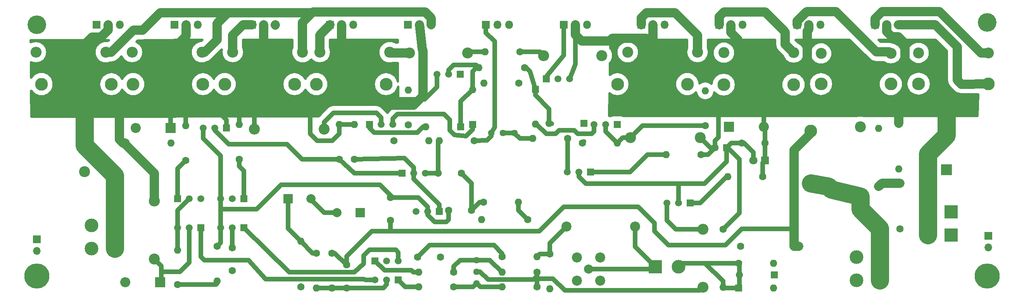
<source format=gbr>
G04 #@! TF.FileFunction,Copper,L2,Bot,Signal*
%FSLAX46Y46*%
G04 Gerber Fmt 4.6, Leading zero omitted, Abs format (unit mm)*
G04 Created by KiCad (PCBNEW 4.0.7) date 06/24/21 20:00:13*
%MOMM*%
%LPD*%
G01*
G04 APERTURE LIST*
%ADD10C,0.100000*%
%ADD11C,1.600000*%
%ADD12O,1.600000X1.600000*%
%ADD13C,2.400000*%
%ADD14O,2.400000X2.400000*%
%ADD15C,1.520000*%
%ADD16R,1.520000X1.520000*%
%ADD17R,2.200000X2.200000*%
%ADD18O,2.200000X2.200000*%
%ADD19R,2.400000X2.400000*%
%ADD20C,2.200000*%
%ADD21C,2.000000*%
%ADD22R,1.600000X1.600000*%
%ADD23R,2.000000X2.000000*%
%ADD24R,1.800000X1.800000*%
%ADD25C,1.800000*%
%ADD26C,1.440000*%
%ADD27C,5.500000*%
%ADD28C,4.064000*%
%ADD29O,1.800000X1.800000*%
%ADD30C,2.800000*%
%ADD31R,1.700000X1.700000*%
%ADD32O,1.700000X1.700000*%
%ADD33R,3.000000X3.000000*%
%ADD34C,3.000000*%
%ADD35O,2.800000X2.800000*%
%ADD36C,1.000000*%
%ADD37C,4.000000*%
%ADD38C,2.000000*%
%ADD39C,0.500000*%
G04 APERTURE END LIST*
D10*
D11*
X120142000Y-84836000D03*
X120142000Y-89836000D03*
X138430000Y-72390000D03*
D12*
X130810000Y-72390000D03*
D13*
X166350000Y-53725000D03*
D14*
X153650000Y-53725000D03*
D15*
X85598000Y-91440000D03*
X83058000Y-91440000D03*
D16*
X88138000Y-91440000D03*
D11*
X73660000Y-103886000D03*
D12*
X73660000Y-96386000D03*
D13*
X172000000Y-53000000D03*
D14*
X187240000Y-53000000D03*
D15*
X183060000Y-86000000D03*
X180520000Y-86000000D03*
D16*
X185600000Y-86000000D03*
D15*
X76200000Y-85090000D03*
X78740000Y-85090000D03*
D16*
X73660000Y-85090000D03*
D17*
X194056000Y-69342000D03*
D18*
X201676000Y-69342000D03*
D19*
X53340000Y-71628000D03*
D13*
X53340000Y-79128000D03*
D20*
X160880000Y-103070000D03*
X160880000Y-97990000D03*
X165960000Y-97990000D03*
X165960000Y-103070000D03*
D21*
X163420000Y-100530000D03*
D22*
X193548000Y-73914000D03*
D11*
X191048000Y-73914000D03*
D15*
X119340000Y-98700000D03*
X121880000Y-98700000D03*
D16*
X116800000Y-98700000D03*
D11*
X162052000Y-72898000D03*
D12*
X169672000Y-72898000D03*
D11*
X85598000Y-100838000D03*
X85598000Y-95838000D03*
X201930000Y-72898000D03*
X196930000Y-72898000D03*
X110600000Y-104600000D03*
X110600000Y-99600000D03*
D23*
X97790000Y-85090000D03*
D21*
X102790000Y-85090000D03*
D23*
X113538000Y-88138000D03*
D21*
X108538000Y-88138000D03*
D11*
X132842000Y-87630000D03*
X137842000Y-87630000D03*
X149500000Y-56400000D03*
D12*
X139500000Y-56400000D03*
D11*
X231394000Y-91694000D03*
D12*
X231394000Y-81694000D03*
D11*
X62230000Y-72898000D03*
D12*
X72230000Y-72898000D03*
D19*
X241554000Y-78740000D03*
D13*
X241554000Y-71240000D03*
D11*
X231140000Y-68580000D03*
D12*
X231140000Y-78580000D03*
D17*
X69850000Y-103378000D03*
D18*
X62230000Y-103378000D03*
D24*
X201930000Y-76708000D03*
D25*
X199390000Y-76708000D03*
D22*
X138100000Y-68800000D03*
D12*
X138100000Y-61180000D03*
D22*
X151825000Y-61100000D03*
D12*
X151825000Y-68720000D03*
D17*
X72136000Y-69596000D03*
D18*
X64516000Y-69596000D03*
D11*
X144600000Y-97800000D03*
D12*
X152220000Y-97800000D03*
D11*
X155000000Y-97200000D03*
D12*
X155000000Y-104820000D03*
D11*
X87122000Y-76454000D03*
D12*
X87122000Y-68834000D03*
D11*
X75438000Y-76708000D03*
D12*
X75438000Y-69088000D03*
D11*
X82296000Y-95504000D03*
D12*
X82296000Y-103124000D03*
D11*
X134000000Y-101200000D03*
D12*
X126380000Y-101200000D03*
D11*
X134000000Y-104400000D03*
D12*
X126380000Y-104400000D03*
D11*
X152200000Y-101200000D03*
D12*
X144580000Y-101200000D03*
D11*
X152200000Y-104400000D03*
D12*
X144580000Y-104400000D03*
D26*
X139000000Y-103600000D03*
X139000000Y-101060000D03*
X139000000Y-98520000D03*
D13*
X188400000Y-91800000D03*
D14*
X188400000Y-104500000D03*
D11*
X201422000Y-80264000D03*
D12*
X193802000Y-80264000D03*
D13*
X68580000Y-98298000D03*
D14*
X68580000Y-85598000D03*
D11*
X107400000Y-97000000D03*
D12*
X107400000Y-104620000D03*
D11*
X104000000Y-97000000D03*
D12*
X104000000Y-104620000D03*
D11*
X192800000Y-91800000D03*
D12*
X192800000Y-104500000D03*
D11*
X112268000Y-76454000D03*
D12*
X112268000Y-68834000D03*
D26*
X147300000Y-70700000D03*
X144760000Y-70700000D03*
X142220000Y-70700000D03*
D11*
X158875000Y-71900000D03*
D12*
X151255000Y-71900000D03*
D11*
X187960000Y-75438000D03*
D12*
X180340000Y-75438000D03*
D11*
X120904000Y-72390000D03*
D12*
X128524000Y-72390000D03*
D13*
X187825000Y-71700000D03*
D14*
X172585000Y-71700000D03*
D11*
X124050000Y-68900000D03*
D12*
X124050000Y-61280000D03*
D11*
X188925000Y-69075000D03*
D12*
X188925000Y-61455000D03*
D13*
X137050000Y-53150000D03*
D14*
X124350000Y-53150000D03*
D11*
X226800000Y-82400000D03*
D12*
X226800000Y-69700000D03*
D27*
X250500000Y-102000000D03*
D28*
X250500000Y-46500000D03*
D27*
X43000000Y-102000000D03*
D28*
X43000000Y-47000000D03*
D13*
X105664000Y-69850000D03*
D14*
X90424000Y-69850000D03*
D20*
X158600000Y-91200000D03*
X173600000Y-91200000D03*
D24*
X141000000Y-47000000D03*
D29*
X143540000Y-47000000D03*
X146080000Y-47000000D03*
D24*
X124000000Y-47000000D03*
D29*
X126540000Y-47000000D03*
X129080000Y-47000000D03*
D24*
X158000000Y-47000000D03*
D29*
X160540000Y-47000000D03*
X163080000Y-47000000D03*
D30*
X211950000Y-81690000D03*
X211950000Y-70260000D03*
D13*
X222758000Y-69342000D03*
D14*
X222758000Y-84582000D03*
D15*
X119360000Y-102900000D03*
X116820000Y-102900000D03*
D16*
X121900000Y-102900000D03*
D15*
X85598000Y-85090000D03*
X83058000Y-85090000D03*
D16*
X88138000Y-85090000D03*
D15*
X76200000Y-91440000D03*
X73660000Y-91440000D03*
D16*
X78740000Y-91440000D03*
D15*
X128270000Y-87884000D03*
X125730000Y-87884000D03*
D16*
X130810000Y-87884000D03*
D15*
X118110000Y-68834000D03*
X120650000Y-68834000D03*
D16*
X115570000Y-68834000D03*
D15*
X167132000Y-68834000D03*
X164592000Y-68834000D03*
D16*
X169672000Y-68834000D03*
D11*
X100584000Y-104394000D03*
D12*
X100584000Y-94394000D03*
D11*
X196596000Y-95504000D03*
D12*
X209296000Y-95504000D03*
D11*
X150114000Y-89662000D03*
D12*
X140114000Y-89662000D03*
D11*
X135636000Y-79502000D03*
X130636000Y-79502000D03*
X140462000Y-85852000D03*
D12*
X148082000Y-85852000D03*
D31*
X250750000Y-93250000D03*
D32*
X250750000Y-95790000D03*
D31*
X43000000Y-94000000D03*
D32*
X43000000Y-96540000D03*
D33*
X227000000Y-97900000D03*
D34*
X221920000Y-97900000D03*
D33*
X227000000Y-102980000D03*
D34*
X221920000Y-102980000D03*
D33*
X242600000Y-88000000D03*
D34*
X237520000Y-88000000D03*
D33*
X242600000Y-93080000D03*
D34*
X237520000Y-93080000D03*
D33*
X59944000Y-90932000D03*
D34*
X54864000Y-90932000D03*
D33*
X59944000Y-96012000D03*
D34*
X54864000Y-96012000D03*
D33*
X178000000Y-100000000D03*
D34*
X183080000Y-100000000D03*
D22*
X196200000Y-104600000D03*
D12*
X203820000Y-104600000D03*
D22*
X204000000Y-101800000D03*
D12*
X196380000Y-101800000D03*
D11*
X196200000Y-99200000D03*
D12*
X203820000Y-99200000D03*
D13*
X120000000Y-53000000D03*
D14*
X104760000Y-53000000D03*
D13*
X101000000Y-53000000D03*
D14*
X85760000Y-53000000D03*
D13*
X79000000Y-53000000D03*
D14*
X63760000Y-53000000D03*
D13*
X58000000Y-53000000D03*
D14*
X42760000Y-53000000D03*
D13*
X235500000Y-53150000D03*
D14*
X250740000Y-53150000D03*
D13*
X214225000Y-53275000D03*
D14*
X229465000Y-53275000D03*
D13*
X193000000Y-53100000D03*
D14*
X208240000Y-53100000D03*
D11*
X131100000Y-97900000D03*
X126100000Y-97900000D03*
X148450000Y-52950000D03*
D12*
X140830000Y-52950000D03*
D22*
X135500000Y-69300000D03*
D12*
X127880000Y-69300000D03*
D22*
X162425000Y-68575000D03*
D12*
X154805000Y-68575000D03*
D15*
X81788000Y-69596000D03*
X79248000Y-69596000D03*
D16*
X84328000Y-69596000D03*
D15*
X125222000Y-79502000D03*
X127762000Y-79502000D03*
D16*
X122682000Y-79502000D03*
D15*
X161290000Y-79248000D03*
X158750000Y-79248000D03*
D16*
X163830000Y-79248000D03*
D24*
X56000000Y-47000000D03*
D29*
X58540000Y-47000000D03*
X61080000Y-47000000D03*
D24*
X226000000Y-47000000D03*
D29*
X228540000Y-47000000D03*
X231080000Y-47000000D03*
D24*
X73000000Y-47000000D03*
D29*
X75540000Y-47000000D03*
X78080000Y-47000000D03*
D24*
X209000000Y-47000000D03*
D29*
X211540000Y-47000000D03*
X214080000Y-47000000D03*
D24*
X90000000Y-47000000D03*
D29*
X92540000Y-47000000D03*
X95080000Y-47000000D03*
D24*
X192000000Y-47000000D03*
D29*
X194540000Y-47000000D03*
X197080000Y-47000000D03*
D24*
X107000000Y-47000000D03*
D29*
X109540000Y-47000000D03*
X112080000Y-47000000D03*
D24*
X175000000Y-47000000D03*
D29*
X177540000Y-47000000D03*
X180080000Y-47000000D03*
D15*
X132910000Y-57800000D03*
X130370000Y-57800000D03*
D16*
X135450000Y-57800000D03*
D15*
X156790000Y-58800000D03*
X159330000Y-58800000D03*
D16*
X154250000Y-58800000D03*
D11*
X108966000Y-76454000D03*
D12*
X108966000Y-68834000D03*
D30*
X44000000Y-60000000D03*
D35*
X59240000Y-60000000D03*
D30*
X250750000Y-59900000D03*
D35*
X235510000Y-59900000D03*
D30*
X64000000Y-60000000D03*
D35*
X79240000Y-60000000D03*
D30*
X229450000Y-59975000D03*
D35*
X214210000Y-59975000D03*
D30*
X84000000Y-60000000D03*
D35*
X99240000Y-60000000D03*
D30*
X208200000Y-60100000D03*
D35*
X192960000Y-60100000D03*
D30*
X104000000Y-60000000D03*
D35*
X119240000Y-60000000D03*
D30*
X185000000Y-60000000D03*
D35*
X169760000Y-60000000D03*
D11*
X148250000Y-59750000D03*
D12*
X140630000Y-59750000D03*
D36*
X155000000Y-97200000D02*
X152820000Y-97200000D01*
X152820000Y-97200000D02*
X152220000Y-97800000D01*
X155000000Y-97200000D02*
X155000000Y-94800000D01*
X155000000Y-94800000D02*
X158600000Y-91200000D01*
X163420000Y-100530000D02*
X177470000Y-100530000D01*
X177470000Y-100530000D02*
X178000000Y-100000000D01*
X173600000Y-91200000D02*
X173600000Y-95600000D01*
X173600000Y-95600000D02*
X178000000Y-100000000D01*
X144600000Y-97800000D02*
X144600000Y-97102000D01*
X144600000Y-97102000D02*
X142748000Y-95250000D01*
X142748000Y-95250000D02*
X128750000Y-95250000D01*
X128750000Y-95250000D02*
X126100000Y-97900000D01*
X82296000Y-103124000D02*
X82296000Y-103632000D01*
X82296000Y-103632000D02*
X82042000Y-103886000D01*
X82042000Y-103886000D02*
X73660000Y-103886000D01*
X73660000Y-91440000D02*
X73660000Y-96386000D01*
X73660000Y-91440000D02*
X73660000Y-87630000D01*
X73660000Y-87630000D02*
X76200000Y-85090000D01*
X70104000Y-101092000D02*
X74168000Y-101092000D01*
X76200000Y-99060000D02*
X76200000Y-91440000D01*
X74168000Y-101092000D02*
X76200000Y-99060000D01*
X68580000Y-98298000D02*
X70104000Y-99822000D01*
X70104000Y-99822000D02*
X70104000Y-101092000D01*
X70104000Y-101092000D02*
X70104000Y-103124000D01*
X70104000Y-103124000D02*
X69850000Y-103378000D01*
X85598000Y-95838000D02*
X85598000Y-91440000D01*
X107400000Y-104620000D02*
X104000000Y-104620000D01*
X110600000Y-104600000D02*
X107420000Y-104600000D01*
X107420000Y-104600000D02*
X107400000Y-104620000D01*
X119360000Y-102900000D02*
X119360000Y-103890000D01*
X118650000Y-104600000D02*
X110600000Y-104600000D01*
X119360000Y-103890000D02*
X118650000Y-104600000D01*
D37*
X227000000Y-97900000D02*
X227000000Y-102980000D01*
X222758000Y-84582000D02*
X222758000Y-87376000D01*
X227000000Y-91618000D02*
X227000000Y-97900000D01*
X222758000Y-87376000D02*
X227000000Y-91618000D01*
X211950000Y-81690000D02*
X215760000Y-82410000D01*
X216408000Y-83058000D02*
X222758000Y-84582000D01*
X215760000Y-82410000D02*
X216408000Y-83058000D01*
D36*
X102790000Y-85090000D02*
X102790000Y-85264000D01*
X102790000Y-85264000D02*
X105664000Y-88138000D01*
X105664000Y-88138000D02*
X108538000Y-88138000D01*
X120650000Y-68834000D02*
X120650000Y-67564000D01*
X138100000Y-69926000D02*
X138100000Y-68800000D01*
X136652000Y-71374000D02*
X138100000Y-69926000D01*
X134112000Y-71120000D02*
X136652000Y-71374000D01*
X133096000Y-70104000D02*
X134112000Y-71120000D01*
X133096000Y-67818000D02*
X133096000Y-70104000D01*
X131826000Y-66548000D02*
X133096000Y-67818000D01*
X121666000Y-66548000D02*
X131826000Y-66548000D01*
X120650000Y-67564000D02*
X121666000Y-66548000D01*
X151825000Y-68720000D02*
X152032000Y-68720000D01*
X152032000Y-68720000D02*
X154178000Y-70866000D01*
X154178000Y-70866000D02*
X156210000Y-70866000D01*
X156210000Y-70866000D02*
X156972000Y-70104000D01*
X156972000Y-70104000D02*
X160274000Y-70104000D01*
X160274000Y-70104000D02*
X161036000Y-70866000D01*
X161036000Y-70866000D02*
X164084000Y-70866000D01*
X164084000Y-70866000D02*
X164592000Y-70358000D01*
X164592000Y-70358000D02*
X164592000Y-68834000D01*
X121880000Y-98700000D02*
X121880000Y-96814000D01*
X98044000Y-101186000D02*
X88138000Y-91440000D01*
X112268000Y-101186000D02*
X98044000Y-101186000D01*
X114300000Y-99314000D02*
X112268000Y-101186000D01*
X114300000Y-97536000D02*
X114300000Y-99314000D01*
X115570000Y-96266000D02*
X114300000Y-97536000D01*
X121332000Y-96266000D02*
X115570000Y-96266000D01*
X121880000Y-96814000D02*
X121332000Y-96266000D01*
X126380000Y-101200000D02*
X125200000Y-101200000D01*
X118880000Y-100780000D02*
X116800000Y-98700000D01*
X124780000Y-100780000D02*
X118880000Y-100780000D01*
X125200000Y-101200000D02*
X124780000Y-100780000D01*
X116820000Y-102900000D02*
X114838000Y-102900000D01*
X78740000Y-97790000D02*
X78740000Y-91440000D01*
X79502000Y-98552000D02*
X78740000Y-97790000D01*
X89154000Y-98552000D02*
X79502000Y-98552000D01*
X92954000Y-102676000D02*
X89154000Y-98552000D01*
X114290000Y-102676000D02*
X92954000Y-102676000D01*
X114838000Y-102900000D02*
X114290000Y-102676000D01*
X126380000Y-104400000D02*
X123400000Y-104400000D01*
X123400000Y-104400000D02*
X121900000Y-102900000D01*
X180520000Y-86000000D02*
X180520000Y-89842000D01*
X182478000Y-91800000D02*
X188400000Y-91800000D01*
X180520000Y-89842000D02*
X182478000Y-91800000D01*
X193802000Y-80264000D02*
X193548000Y-80264000D01*
X193548000Y-80264000D02*
X187812000Y-86000000D01*
X187812000Y-86000000D02*
X185600000Y-86000000D01*
X81788000Y-69596000D02*
X81788000Y-70104000D01*
X81788000Y-70104000D02*
X84836000Y-73152000D01*
X84836000Y-73152000D02*
X97536000Y-73152000D01*
X97536000Y-73152000D02*
X100838000Y-76454000D01*
X100838000Y-76454000D02*
X108966000Y-76454000D01*
X122682000Y-79502000D02*
X112268000Y-79502000D01*
X112268000Y-79502000D02*
X108966000Y-76454000D01*
X118110000Y-68834000D02*
X118110000Y-67310000D01*
X105664000Y-68326000D02*
X105664000Y-69850000D01*
X107696000Y-66294000D02*
X105664000Y-68326000D01*
X117094000Y-66294000D02*
X107696000Y-66294000D01*
X118110000Y-67310000D02*
X117094000Y-66294000D01*
X172585000Y-71700000D02*
X170870000Y-71700000D01*
X170870000Y-71700000D02*
X169672000Y-72898000D01*
X167132000Y-68834000D02*
X167132000Y-70358000D01*
X167132000Y-70358000D02*
X169672000Y-72898000D01*
X188925000Y-69075000D02*
X175210000Y-69075000D01*
X175210000Y-69075000D02*
X172585000Y-71700000D01*
D38*
X231080000Y-47000000D02*
X239125000Y-47000000D01*
X239125000Y-47000000D02*
X243925000Y-51800000D01*
X243925000Y-51800000D02*
X243925000Y-59075000D01*
X243925000Y-59075000D02*
X244850000Y-60000000D01*
X244850000Y-60000000D02*
X250750000Y-59900000D01*
X95080000Y-47000000D02*
X95080000Y-47080000D01*
D36*
X139000000Y-98520000D02*
X141900000Y-98520000D01*
X141900000Y-98520000D02*
X144580000Y-101200000D01*
X134000000Y-101200000D02*
X134000000Y-99934000D01*
X135414000Y-98520000D02*
X139000000Y-98520000D01*
X134000000Y-99934000D02*
X135414000Y-98520000D01*
X144580000Y-104400000D02*
X139800000Y-104400000D01*
X139800000Y-104400000D02*
X139000000Y-103600000D01*
X134000000Y-104400000D02*
X138200000Y-104400000D01*
X138200000Y-104400000D02*
X139000000Y-103600000D01*
X151626000Y-102604000D02*
X155690000Y-102604000D01*
X158242000Y-105156000D02*
X187744000Y-105156000D01*
X155690000Y-102604000D02*
X158242000Y-105156000D01*
X187744000Y-105156000D02*
X188400000Y-104500000D01*
X139000000Y-101060000D02*
X139730000Y-101060000D01*
X151420000Y-102810000D02*
X151626000Y-102604000D01*
X151626000Y-102604000D02*
X152200000Y-102030000D01*
X141480000Y-102810000D02*
X151420000Y-102810000D01*
X139730000Y-101060000D02*
X141480000Y-102810000D01*
X152200000Y-101200000D02*
X152200000Y-102030000D01*
X152200000Y-102030000D02*
X152200000Y-104400000D01*
X147300000Y-70700000D02*
X147300000Y-70750000D01*
X147300000Y-70750000D02*
X148450000Y-71900000D01*
X148450000Y-71900000D02*
X151255000Y-71900000D01*
X144760000Y-70700000D02*
X147300000Y-70700000D01*
X142220000Y-70700000D02*
X142220000Y-71355000D01*
X142220000Y-71355000D02*
X141275000Y-72300000D01*
X141275000Y-72300000D02*
X138430000Y-72390000D01*
X142220000Y-70700000D02*
X142175000Y-70650000D01*
X141000000Y-48725000D02*
X141000000Y-47000000D01*
X142925000Y-50650000D02*
X141000000Y-48725000D01*
X143000000Y-69450000D02*
X142925000Y-50650000D01*
X142175000Y-70650000D02*
X143000000Y-69450000D01*
D38*
X79000000Y-53000000D02*
X79588000Y-53000000D01*
X79588000Y-53000000D02*
X82296000Y-50292000D01*
X82296000Y-50292000D02*
X82296000Y-46736000D01*
X82296000Y-46736000D02*
X84657000Y-44375000D01*
X85825000Y-44375000D02*
X84657000Y-44375000D01*
X84657000Y-44375000D02*
X69850000Y-44375000D01*
X64062000Y-48175000D02*
X59237000Y-53000000D01*
X66050000Y-48175000D02*
X64062000Y-48175000D01*
X69850000Y-44375000D02*
X66050000Y-48175000D01*
X59237000Y-53000000D02*
X58762000Y-53000000D01*
X103100000Y-44375000D02*
X85825000Y-44375000D01*
X129080000Y-47000000D02*
X129080000Y-45505000D01*
X101000000Y-46475000D02*
X101000000Y-53000000D01*
X103250000Y-44225000D02*
X103100000Y-44375000D01*
X103100000Y-44375000D02*
X101000000Y-46475000D01*
X127800000Y-44225000D02*
X103250000Y-44225000D01*
X129080000Y-45505000D02*
X127800000Y-44225000D01*
X124350000Y-53150000D02*
X120150000Y-53150000D01*
X120150000Y-53150000D02*
X120000000Y-53000000D01*
X231394000Y-81694000D02*
X227506000Y-81694000D01*
X227506000Y-81694000D02*
X226800000Y-82400000D01*
D36*
X87122000Y-76454000D02*
X87122000Y-77978000D01*
X88138000Y-78994000D02*
X88138000Y-85090000D01*
X87122000Y-77978000D02*
X88138000Y-78994000D01*
X73660000Y-85090000D02*
X73660000Y-78486000D01*
X73660000Y-78486000D02*
X75438000Y-76708000D01*
X193548000Y-73914000D02*
X193802000Y-73914000D01*
X193802000Y-73914000D02*
X196342000Y-76454000D01*
X196342000Y-88258000D02*
X192800000Y-91800000D01*
X196342000Y-76454000D02*
X196342000Y-88258000D01*
X183060000Y-86000000D02*
X183060000Y-81788000D01*
X183134000Y-82042000D02*
X183134000Y-81788000D01*
X183134000Y-81862000D02*
X183134000Y-82042000D01*
X183060000Y-81788000D02*
X183134000Y-81862000D01*
X161290000Y-79248000D02*
X161290000Y-80264000D01*
X193548000Y-76962000D02*
X193548000Y-73914000D01*
X188722000Y-81788000D02*
X193548000Y-76962000D01*
X162814000Y-81788000D02*
X183134000Y-81788000D01*
X183134000Y-81788000D02*
X188722000Y-81788000D01*
X161290000Y-80264000D02*
X162814000Y-81788000D01*
X196930000Y-72898000D02*
X194564000Y-72898000D01*
X194564000Y-72898000D02*
X193548000Y-73914000D01*
X196930000Y-72898000D02*
X197358000Y-72898000D01*
X197358000Y-72898000D02*
X199390000Y-74930000D01*
X199390000Y-74930000D02*
X199390000Y-76708000D01*
X97790000Y-85090000D02*
X97790000Y-91600000D01*
X97790000Y-91600000D02*
X100584000Y-94394000D01*
X104000000Y-97000000D02*
X103190000Y-97000000D01*
X103190000Y-97000000D02*
X100584000Y-94394000D01*
X137842000Y-87630000D02*
X137842000Y-81708000D01*
X137842000Y-81708000D02*
X135636000Y-79502000D01*
X140462000Y-85852000D02*
X139620000Y-85852000D01*
X139620000Y-85852000D02*
X137842000Y-87630000D01*
X148082000Y-85852000D02*
X148082000Y-87630000D01*
X148082000Y-87630000D02*
X150114000Y-89662000D01*
X132842000Y-92202000D02*
X152654000Y-92202000D01*
X196850000Y-91694000D02*
X208280000Y-91694000D01*
X193294000Y-95250000D02*
X196850000Y-91694000D01*
X180848000Y-95250000D02*
X193294000Y-95250000D01*
X177800000Y-92202000D02*
X180848000Y-95250000D01*
X177800000Y-90424000D02*
X177800000Y-92202000D01*
X174244000Y-86868000D02*
X177800000Y-90424000D01*
X157988000Y-86868000D02*
X174244000Y-86868000D01*
X152654000Y-92202000D02*
X157988000Y-86868000D01*
X120142000Y-92202000D02*
X120142000Y-89836000D01*
X123190000Y-92202000D02*
X120142000Y-92202000D01*
X120142000Y-92202000D02*
X116078000Y-92202000D01*
X110600000Y-97680000D02*
X110600000Y-99600000D01*
X116078000Y-92202000D02*
X110600000Y-97680000D01*
X126746000Y-92202000D02*
X123190000Y-92202000D01*
D38*
X209296000Y-95504000D02*
X208280000Y-95504000D01*
X208280000Y-95504000D02*
X208280000Y-91694000D01*
X208280000Y-74422000D02*
X211950000Y-70752000D01*
X208280000Y-91694000D02*
X208280000Y-74422000D01*
X211950000Y-70752000D02*
X211950000Y-70260000D01*
D36*
X120222000Y-89836000D02*
X120142000Y-89836000D01*
X132842000Y-92202000D02*
X126746000Y-92202000D01*
X127880000Y-69300000D02*
X127296000Y-69300000D01*
X127296000Y-69300000D02*
X125984000Y-70612000D01*
X115570000Y-69596000D02*
X115570000Y-68834000D01*
X116586000Y-70612000D02*
X115570000Y-69596000D01*
X125984000Y-70612000D02*
X116586000Y-70612000D01*
X107400000Y-97000000D02*
X108000000Y-97000000D01*
X108000000Y-97000000D02*
X110600000Y-99600000D01*
X162425000Y-72525000D02*
X162052000Y-72898000D01*
X120142000Y-84836000D02*
X126238000Y-84836000D01*
X128270000Y-86868000D02*
X128270000Y-87884000D01*
X126238000Y-84836000D02*
X128270000Y-86868000D01*
X83058000Y-91440000D02*
X83058000Y-94742000D01*
X83058000Y-94742000D02*
X82296000Y-95504000D01*
X120142000Y-84836000D02*
X120650000Y-84836000D01*
X90932000Y-87376000D02*
X83058000Y-87376000D01*
X96266000Y-82042000D02*
X90932000Y-87376000D01*
X117856000Y-82042000D02*
X96266000Y-82042000D01*
X120650000Y-84836000D02*
X117856000Y-82042000D01*
X79248000Y-69596000D02*
X79248000Y-71882000D01*
X83058000Y-75692000D02*
X83058000Y-85090000D01*
X79248000Y-71882000D02*
X83058000Y-75692000D01*
X83058000Y-91440000D02*
X83058000Y-87376000D01*
X83058000Y-87376000D02*
X83058000Y-85090000D01*
X128270000Y-87884000D02*
X128270000Y-88646000D01*
X128270000Y-88646000D02*
X129794000Y-90170000D01*
X129794000Y-90170000D02*
X132334000Y-90170000D01*
X132334000Y-90170000D02*
X132842000Y-89662000D01*
X132842000Y-89662000D02*
X132842000Y-87630000D01*
X192800000Y-104500000D02*
X192800000Y-103138000D01*
X192800000Y-103138000D02*
X188862000Y-99200000D01*
X196200000Y-99200000D02*
X188862000Y-99200000D01*
X188862000Y-99200000D02*
X183880000Y-99200000D01*
X183880000Y-99200000D02*
X183080000Y-100000000D01*
X196380000Y-101800000D02*
X196380000Y-99380000D01*
X196380000Y-99380000D02*
X196200000Y-99200000D01*
X196380000Y-101800000D02*
X196380000Y-104420000D01*
X196380000Y-104420000D02*
X196200000Y-104600000D01*
X196200000Y-104600000D02*
X192900000Y-104600000D01*
X192900000Y-104600000D02*
X192800000Y-104500000D01*
D38*
X42760000Y-53000000D02*
X43000000Y-53000000D01*
X226000000Y-47000000D02*
X226000000Y-45650000D01*
X249125000Y-53150000D02*
X250740000Y-53150000D01*
X240050000Y-44075000D02*
X249125000Y-53150000D01*
X227575000Y-44075000D02*
X240050000Y-44075000D01*
X226000000Y-45650000D02*
X227575000Y-44075000D01*
X209000000Y-47000000D02*
X209000000Y-46175000D01*
X209000000Y-46175000D02*
X211100000Y-44075000D01*
X211100000Y-44075000D02*
X217425000Y-44075000D01*
X217425000Y-44075000D02*
X226300000Y-52950000D01*
X226300000Y-52950000D02*
X229140000Y-52950000D01*
X229140000Y-52950000D02*
X229465000Y-53275000D01*
X90000000Y-47000000D02*
X88000000Y-47000000D01*
X85760000Y-49240000D02*
X85760000Y-53000000D01*
X88000000Y-47000000D02*
X85760000Y-49240000D01*
X192000000Y-47000000D02*
X192000000Y-45200000D01*
X206400000Y-51260000D02*
X208240000Y-53100000D01*
X206400000Y-48550000D02*
X206400000Y-51260000D01*
X202050000Y-44200000D02*
X206400000Y-48550000D01*
X193000000Y-44200000D02*
X202050000Y-44200000D01*
X192000000Y-45200000D02*
X193000000Y-44200000D01*
X104760000Y-53000000D02*
X104760000Y-49240000D01*
X104760000Y-49240000D02*
X107000000Y-47000000D01*
X175000000Y-47000000D02*
X175000000Y-45475000D01*
X187240000Y-49290000D02*
X187240000Y-53000000D01*
X182350000Y-44400000D02*
X187240000Y-49290000D01*
X176075000Y-44400000D02*
X182350000Y-44400000D01*
X175000000Y-45475000D02*
X176075000Y-44400000D01*
D36*
X158875000Y-71900000D02*
X158875000Y-79123000D01*
X158875000Y-79123000D02*
X158750000Y-79248000D01*
X151825000Y-61100000D02*
X151825000Y-62425000D01*
X154805000Y-65405000D02*
X154805000Y-68575000D01*
X151825000Y-62425000D02*
X154805000Y-65405000D01*
X154805000Y-68575000D02*
X155375000Y-68700000D01*
X151825000Y-61100000D02*
X151875000Y-61100000D01*
X149500000Y-56400000D02*
X149850000Y-56400000D01*
X149850000Y-56400000D02*
X150650000Y-57200000D01*
X150650000Y-57200000D02*
X151825000Y-61100000D01*
X130636000Y-79502000D02*
X130636000Y-72564000D01*
X130636000Y-72564000D02*
X130810000Y-72390000D01*
X130636000Y-79502000D02*
X127762000Y-79502000D01*
X130810000Y-72136000D02*
X130810000Y-72390000D01*
X130810000Y-72644000D02*
X130810000Y-72390000D01*
X135500000Y-69300000D02*
X135500000Y-63780000D01*
X135500000Y-63780000D02*
X138100000Y-61180000D01*
X132910000Y-57800000D02*
X132910000Y-56890000D01*
X138900000Y-55800000D02*
X139500000Y-56400000D01*
X134000000Y-55800000D02*
X138900000Y-55800000D01*
X132910000Y-56890000D02*
X134000000Y-55800000D01*
X139500000Y-56400000D02*
X138900000Y-56400000D01*
X138900000Y-56400000D02*
X138100000Y-57200000D01*
X138100000Y-57200000D02*
X138100000Y-61180000D01*
X201422000Y-80264000D02*
X201422000Y-77216000D01*
X201422000Y-77216000D02*
X201930000Y-76708000D01*
X191048000Y-73914000D02*
X191048000Y-72350000D01*
X191770000Y-71628000D02*
X191770000Y-65786000D01*
X191048000Y-72350000D02*
X191770000Y-71628000D01*
X187960000Y-75438000D02*
X189524000Y-75438000D01*
X189524000Y-75438000D02*
X191048000Y-73914000D01*
X191048000Y-73914000D02*
X190039000Y-73914000D01*
X190039000Y-73914000D02*
X187825000Y-71700000D01*
D38*
X231140000Y-68580000D02*
X231140000Y-66040000D01*
X231140000Y-66040000D02*
X230632000Y-65532000D01*
D37*
X237520000Y-88000000D02*
X237520000Y-75274000D01*
X237520000Y-75274000D02*
X241554000Y-71240000D01*
X237520000Y-88000000D02*
X237520000Y-93080000D01*
X241554000Y-71240000D02*
X241554000Y-66294000D01*
X241554000Y-66294000D02*
X239522000Y-64262000D01*
D36*
X201930000Y-76708000D02*
X201930000Y-72898000D01*
X201930000Y-72898000D02*
X201930000Y-69596000D01*
X201930000Y-69596000D02*
X201676000Y-69342000D01*
X201676000Y-69342000D02*
X201676000Y-67056000D01*
X201676000Y-67056000D02*
X203454000Y-65278000D01*
D38*
X228540000Y-47000000D02*
X228540000Y-48490000D01*
X232525000Y-51050000D02*
X232525000Y-56100000D01*
X231075000Y-49600000D02*
X232525000Y-51050000D01*
X229650000Y-49600000D02*
X231075000Y-49600000D01*
X228540000Y-48490000D02*
X229650000Y-49600000D01*
X211540000Y-47000000D02*
X211540000Y-47985000D01*
X211200000Y-57175000D02*
X211100000Y-57275000D01*
X211200000Y-48325000D02*
X211200000Y-57175000D01*
X211540000Y-47985000D02*
X211200000Y-48325000D01*
X194540000Y-47000000D02*
X194540000Y-48690000D01*
X196050000Y-50650000D02*
X197050000Y-51650000D01*
X196050000Y-50200000D02*
X196050000Y-50650000D01*
X194540000Y-48690000D02*
X196050000Y-50200000D01*
D36*
X159330000Y-58800000D02*
X159875000Y-57425000D01*
X160540000Y-55610000D02*
X160540000Y-49170000D01*
X159875000Y-57425000D02*
X160540000Y-55610000D01*
D38*
X160540000Y-47000000D02*
X160540000Y-49170000D01*
X176100000Y-49950000D02*
X177540000Y-51390000D01*
X168630000Y-49950000D02*
X176100000Y-49950000D01*
X168020000Y-50560000D02*
X168630000Y-49950000D01*
X161930000Y-50560000D02*
X168020000Y-50560000D01*
X160540000Y-49170000D02*
X161930000Y-50560000D01*
X177540000Y-47000000D02*
X177540000Y-51390000D01*
X177540000Y-51390000D02*
X177540000Y-56540000D01*
X177540000Y-56540000D02*
X178000000Y-57000000D01*
D37*
X53340000Y-71628000D02*
X53340000Y-73406000D01*
X59944000Y-80010000D02*
X59944000Y-90932000D01*
X53340000Y-73406000D02*
X59944000Y-80010000D01*
X59944000Y-96012000D02*
X59944000Y-90932000D01*
D38*
X62230000Y-72898000D02*
X62230000Y-73152000D01*
X62230000Y-73152000D02*
X68580000Y-79502000D01*
X68580000Y-79502000D02*
X68580000Y-85598000D01*
X62230000Y-72898000D02*
X61722000Y-72898000D01*
X61722000Y-72898000D02*
X60960000Y-72136000D01*
X60960000Y-72136000D02*
X60960000Y-65786000D01*
D37*
X53340000Y-71628000D02*
X53340000Y-65532000D01*
D36*
X72136000Y-69596000D02*
X72136000Y-67056000D01*
X72390000Y-66802000D02*
X72390000Y-66040000D01*
X72136000Y-67056000D02*
X72390000Y-66802000D01*
X84328000Y-69596000D02*
X84328000Y-67818000D01*
X83566000Y-67056000D02*
X83566000Y-66548000D01*
X84328000Y-67818000D02*
X83566000Y-67056000D01*
X87122000Y-68834000D02*
X87122000Y-66294000D01*
X87122000Y-66294000D02*
X87376000Y-66040000D01*
X75438000Y-69088000D02*
X75438000Y-66040000D01*
X75438000Y-66040000D02*
X75184000Y-65786000D01*
X90424000Y-69850000D02*
X90424000Y-66802000D01*
X108966000Y-68834000D02*
X108966000Y-70866000D01*
X102616000Y-70866000D02*
X102616000Y-66294000D01*
X104140000Y-72390000D02*
X102616000Y-70866000D01*
X107442000Y-72390000D02*
X104140000Y-72390000D01*
X108966000Y-70866000D02*
X107442000Y-72390000D01*
X112268000Y-68834000D02*
X108966000Y-68834000D01*
D38*
X58540000Y-47000000D02*
X58540000Y-48160000D01*
X54975000Y-49725000D02*
X53525000Y-51175000D01*
X56975000Y-49725000D02*
X54975000Y-49725000D01*
X58540000Y-48160000D02*
X56975000Y-49725000D01*
X126540000Y-47000000D02*
X127100000Y-52300000D01*
X125300000Y-64600000D02*
X120400000Y-64600000D01*
X127300000Y-62600000D02*
X125300000Y-64600000D01*
X127300000Y-52650000D02*
X127300000Y-62600000D01*
X127100000Y-52300000D02*
X127300000Y-52650000D01*
D36*
X130370000Y-57800000D02*
X130370000Y-60580000D01*
X127600000Y-63350000D02*
X121500000Y-63350000D01*
X130370000Y-60580000D02*
X127600000Y-63350000D01*
D38*
X109540000Y-47000000D02*
X109540000Y-51460000D01*
X109540000Y-51460000D02*
X109000000Y-52000000D01*
X75540000Y-47000000D02*
X75540000Y-49460000D01*
X69000000Y-52000000D02*
X68000000Y-53000000D01*
X73000000Y-52000000D02*
X69000000Y-52000000D01*
X75540000Y-49460000D02*
X73000000Y-52000000D01*
X92540000Y-47000000D02*
X92540000Y-53460000D01*
X92540000Y-53460000D02*
X92000000Y-54000000D01*
D36*
X125222000Y-79502000D02*
X125222000Y-78232000D01*
X123190000Y-76200000D02*
X112268000Y-76454000D01*
X125222000Y-78232000D02*
X123190000Y-76200000D01*
X130810000Y-87884000D02*
X130810000Y-86360000D01*
X125222000Y-80772000D02*
X125222000Y-79502000D01*
X130810000Y-86360000D02*
X125222000Y-80772000D01*
X180340000Y-75438000D02*
X176276000Y-75438000D01*
X172466000Y-79248000D02*
X163830000Y-79248000D01*
X176276000Y-75438000D02*
X172466000Y-79248000D01*
X154250000Y-58800000D02*
X154250000Y-58350000D01*
X154250000Y-58350000D02*
X158000000Y-53700000D01*
X158000000Y-53700000D02*
X158000000Y-47000000D01*
X140830000Y-52950000D02*
X137250000Y-52950000D01*
X137250000Y-52950000D02*
X137050000Y-53150000D01*
X148450000Y-52950000D02*
X152875000Y-52950000D01*
X152875000Y-52950000D02*
X153650000Y-53725000D01*
D39*
G36*
X184990000Y-51970380D02*
X184928497Y-52062426D01*
X184742002Y-53000000D01*
X184928497Y-53937574D01*
X185459590Y-54732412D01*
X186254428Y-55263505D01*
X187192002Y-55450000D01*
X187287998Y-55450000D01*
X188225572Y-55263505D01*
X189020410Y-54732412D01*
X189551503Y-53937574D01*
X189621595Y-53585197D01*
X190549576Y-53585197D01*
X190921780Y-54486000D01*
X191610375Y-55175798D01*
X192510527Y-55549573D01*
X193485197Y-55550424D01*
X194386000Y-55178220D01*
X195075798Y-54489625D01*
X195449573Y-53589473D01*
X195450424Y-52614803D01*
X195078220Y-51714000D01*
X194389625Y-51024202D01*
X193489473Y-50650427D01*
X192514803Y-50649576D01*
X191614000Y-51021780D01*
X190924202Y-51710375D01*
X190550427Y-52610527D01*
X190549576Y-53585197D01*
X189621595Y-53585197D01*
X189737998Y-53000000D01*
X189551503Y-52062426D01*
X189490000Y-51970380D01*
X189490000Y-50250000D01*
X204150000Y-50250000D01*
X204150000Y-51260000D01*
X204321271Y-52121038D01*
X204809010Y-52850990D01*
X205911837Y-53953817D01*
X205928497Y-54037574D01*
X206459590Y-54832412D01*
X207254428Y-55363505D01*
X208192002Y-55550000D01*
X208287998Y-55550000D01*
X209225572Y-55363505D01*
X210020410Y-54832412D01*
X210551503Y-54037574D01*
X210606676Y-53760197D01*
X211774576Y-53760197D01*
X212146780Y-54661000D01*
X212835375Y-55350798D01*
X213735527Y-55724573D01*
X214710197Y-55725424D01*
X215611000Y-55353220D01*
X216300798Y-54664625D01*
X216674573Y-53764473D01*
X216675424Y-52789803D01*
X216303220Y-51889000D01*
X215614625Y-51199202D01*
X214714473Y-50825427D01*
X213739803Y-50824576D01*
X212839000Y-51196780D01*
X212149202Y-51885375D01*
X211775427Y-52785527D01*
X211774576Y-53760197D01*
X210606676Y-53760197D01*
X210737998Y-53100000D01*
X210551503Y-52162426D01*
X210020410Y-51367588D01*
X209225572Y-50836495D01*
X209141815Y-50819835D01*
X208650000Y-50328020D01*
X208650000Y-50250000D01*
X220418019Y-50250000D01*
X224709009Y-54540990D01*
X225145153Y-54832412D01*
X225438962Y-55028729D01*
X226300000Y-55200000D01*
X227972819Y-55200000D01*
X228479428Y-55538505D01*
X229417002Y-55725000D01*
X229512998Y-55725000D01*
X230450572Y-55538505D01*
X231245410Y-55007412D01*
X231776503Y-54212574D01*
X231891350Y-53635197D01*
X233049576Y-53635197D01*
X233421780Y-54536000D01*
X234110375Y-55225798D01*
X235010527Y-55599573D01*
X235985197Y-55600424D01*
X236886000Y-55228220D01*
X237575798Y-54539625D01*
X237949573Y-53639473D01*
X237950424Y-52664803D01*
X237578220Y-51764000D01*
X236889625Y-51074202D01*
X235989473Y-50700427D01*
X235014803Y-50699576D01*
X234114000Y-51071780D01*
X233424202Y-51760375D01*
X233050427Y-52660527D01*
X233049576Y-53635197D01*
X231891350Y-53635197D01*
X231962998Y-53275000D01*
X231776503Y-52337426D01*
X231245410Y-51542588D01*
X230450572Y-51011495D01*
X230109305Y-50943613D01*
X230001038Y-50871271D01*
X229140000Y-50700000D01*
X227231981Y-50700000D01*
X226781981Y-50250000D01*
X239193020Y-50250000D01*
X241675000Y-52731980D01*
X241675000Y-59075000D01*
X241846271Y-59936038D01*
X242334010Y-60665990D01*
X243259010Y-61590991D01*
X243275148Y-61601774D01*
X243286201Y-61617724D01*
X243639508Y-61845231D01*
X243988963Y-62078730D01*
X244007998Y-62082516D01*
X244024313Y-62093022D01*
X244437798Y-62168008D01*
X244850000Y-62250000D01*
X244869034Y-62246214D01*
X244888130Y-62249677D01*
X248502647Y-62188414D01*
X248405021Y-67000000D01*
X231799584Y-67000000D01*
X231375907Y-66576323D01*
X231140000Y-66812230D01*
X230904093Y-66576323D01*
X230480416Y-67000000D01*
X223506538Y-67000000D01*
X223247473Y-66892427D01*
X222272803Y-66891576D01*
X222010397Y-67000000D01*
X195316430Y-67000000D01*
X195156000Y-66967512D01*
X192956000Y-66967512D01*
X192783341Y-67000000D01*
X171074313Y-67000000D01*
X170927847Y-66899924D01*
X170432000Y-66799512D01*
X168912000Y-66799512D01*
X168448778Y-66886673D01*
X168272663Y-67000000D01*
X167956579Y-67000000D01*
X167905554Y-66978813D01*
X168006794Y-61989123D01*
X168693972Y-62448281D01*
X169708083Y-62650000D01*
X169811917Y-62650000D01*
X170826028Y-62448281D01*
X171685750Y-61873833D01*
X172260198Y-61014111D01*
X172357526Y-60524805D01*
X182349541Y-60524805D01*
X182752129Y-61499144D01*
X183496935Y-62245251D01*
X184470570Y-62649539D01*
X185524805Y-62650459D01*
X186499144Y-62247871D01*
X186937651Y-61810129D01*
X187031047Y-62279663D01*
X187475431Y-62944731D01*
X188140499Y-63389115D01*
X188925000Y-63545162D01*
X189709501Y-63389115D01*
X190374569Y-62944731D01*
X190818953Y-62279663D01*
X190915221Y-61795693D01*
X191034250Y-61973833D01*
X191893972Y-62548281D01*
X192908083Y-62750000D01*
X193011917Y-62750000D01*
X194026028Y-62548281D01*
X194885750Y-61973833D01*
X195460198Y-61114111D01*
X195557526Y-60624805D01*
X205549541Y-60624805D01*
X205952129Y-61599144D01*
X206696935Y-62345251D01*
X207670570Y-62749539D01*
X208724805Y-62750459D01*
X209699144Y-62347871D01*
X210445251Y-61603065D01*
X210849539Y-60629430D01*
X210850110Y-59975000D01*
X211508083Y-59975000D01*
X211709802Y-60989111D01*
X212284250Y-61848833D01*
X213143972Y-62423281D01*
X214158083Y-62625000D01*
X214261917Y-62625000D01*
X215276028Y-62423281D01*
X216135750Y-61848833D01*
X216710198Y-60989111D01*
X216807526Y-60499805D01*
X226799541Y-60499805D01*
X227202129Y-61474144D01*
X227946935Y-62220251D01*
X228920570Y-62624539D01*
X229974805Y-62625459D01*
X230949144Y-62222871D01*
X231695251Y-61478065D01*
X232099539Y-60504430D01*
X232100066Y-59900000D01*
X232808083Y-59900000D01*
X233009802Y-60914111D01*
X233584250Y-61773833D01*
X234443972Y-62348281D01*
X235458083Y-62550000D01*
X235561917Y-62550000D01*
X236576028Y-62348281D01*
X237435750Y-61773833D01*
X238010198Y-60914111D01*
X238211917Y-59900000D01*
X238010198Y-58885889D01*
X237435750Y-58026167D01*
X236576028Y-57451719D01*
X235561917Y-57250000D01*
X235458083Y-57250000D01*
X234443972Y-57451719D01*
X233584250Y-58026167D01*
X233009802Y-58885889D01*
X232808083Y-59900000D01*
X232100066Y-59900000D01*
X232100459Y-59450195D01*
X231697871Y-58475856D01*
X230953065Y-57729749D01*
X229979430Y-57325461D01*
X228925195Y-57324541D01*
X227950856Y-57727129D01*
X227204749Y-58471935D01*
X226800461Y-59445570D01*
X226799541Y-60499805D01*
X216807526Y-60499805D01*
X216911917Y-59975000D01*
X216710198Y-58960889D01*
X216135750Y-58101167D01*
X215276028Y-57526719D01*
X214261917Y-57325000D01*
X214158083Y-57325000D01*
X213143972Y-57526719D01*
X212284250Y-58101167D01*
X211709802Y-58960889D01*
X211508083Y-59975000D01*
X210850110Y-59975000D01*
X210850459Y-59575195D01*
X210447871Y-58600856D01*
X209703065Y-57854749D01*
X208729430Y-57450461D01*
X207675195Y-57449541D01*
X206700856Y-57852129D01*
X205954749Y-58596935D01*
X205550461Y-59570570D01*
X205549541Y-60624805D01*
X195557526Y-60624805D01*
X195661917Y-60100000D01*
X195460198Y-59085889D01*
X194885750Y-58226167D01*
X194026028Y-57651719D01*
X193011917Y-57450000D01*
X192908083Y-57450000D01*
X191893972Y-57651719D01*
X191034250Y-58226167D01*
X190459802Y-59085889D01*
X190295404Y-59912373D01*
X189709501Y-59520885D01*
X188925000Y-59364838D01*
X188140499Y-59520885D01*
X187650133Y-59848537D01*
X187650459Y-59475195D01*
X187247871Y-58500856D01*
X186503065Y-57754749D01*
X185529430Y-57350461D01*
X184475195Y-57349541D01*
X183500856Y-57752129D01*
X182754749Y-58496935D01*
X182350461Y-59470570D01*
X182349541Y-60524805D01*
X172357526Y-60524805D01*
X172461917Y-60000000D01*
X172260198Y-58985889D01*
X171685750Y-58126167D01*
X170826028Y-57551719D01*
X169811917Y-57350000D01*
X169708083Y-57350000D01*
X168693972Y-57551719D01*
X168088621Y-57956201D01*
X168140498Y-55399428D01*
X168425798Y-55114625D01*
X168799573Y-54214473D01*
X168800209Y-53485197D01*
X169549576Y-53485197D01*
X169921780Y-54386000D01*
X170610375Y-55075798D01*
X171510527Y-55449573D01*
X172485197Y-55450424D01*
X173386000Y-55078220D01*
X174075798Y-54389625D01*
X174449573Y-53489473D01*
X174450424Y-52514803D01*
X174078220Y-51614000D01*
X173389625Y-50924202D01*
X172489473Y-50550427D01*
X171514803Y-50549576D01*
X170614000Y-50921780D01*
X169924202Y-51610375D01*
X169550427Y-52510527D01*
X169549576Y-53485197D01*
X168800209Y-53485197D01*
X168800424Y-53239803D01*
X168428220Y-52339000D01*
X168207088Y-52117482D01*
X168244979Y-50250000D01*
X184990000Y-50250000D01*
X184990000Y-51970380D01*
X184990000Y-51970380D01*
G37*
X184990000Y-51970380D02*
X184928497Y-52062426D01*
X184742002Y-53000000D01*
X184928497Y-53937574D01*
X185459590Y-54732412D01*
X186254428Y-55263505D01*
X187192002Y-55450000D01*
X187287998Y-55450000D01*
X188225572Y-55263505D01*
X189020410Y-54732412D01*
X189551503Y-53937574D01*
X189621595Y-53585197D01*
X190549576Y-53585197D01*
X190921780Y-54486000D01*
X191610375Y-55175798D01*
X192510527Y-55549573D01*
X193485197Y-55550424D01*
X194386000Y-55178220D01*
X195075798Y-54489625D01*
X195449573Y-53589473D01*
X195450424Y-52614803D01*
X195078220Y-51714000D01*
X194389625Y-51024202D01*
X193489473Y-50650427D01*
X192514803Y-50649576D01*
X191614000Y-51021780D01*
X190924202Y-51710375D01*
X190550427Y-52610527D01*
X190549576Y-53585197D01*
X189621595Y-53585197D01*
X189737998Y-53000000D01*
X189551503Y-52062426D01*
X189490000Y-51970380D01*
X189490000Y-50250000D01*
X204150000Y-50250000D01*
X204150000Y-51260000D01*
X204321271Y-52121038D01*
X204809010Y-52850990D01*
X205911837Y-53953817D01*
X205928497Y-54037574D01*
X206459590Y-54832412D01*
X207254428Y-55363505D01*
X208192002Y-55550000D01*
X208287998Y-55550000D01*
X209225572Y-55363505D01*
X210020410Y-54832412D01*
X210551503Y-54037574D01*
X210606676Y-53760197D01*
X211774576Y-53760197D01*
X212146780Y-54661000D01*
X212835375Y-55350798D01*
X213735527Y-55724573D01*
X214710197Y-55725424D01*
X215611000Y-55353220D01*
X216300798Y-54664625D01*
X216674573Y-53764473D01*
X216675424Y-52789803D01*
X216303220Y-51889000D01*
X215614625Y-51199202D01*
X214714473Y-50825427D01*
X213739803Y-50824576D01*
X212839000Y-51196780D01*
X212149202Y-51885375D01*
X211775427Y-52785527D01*
X211774576Y-53760197D01*
X210606676Y-53760197D01*
X210737998Y-53100000D01*
X210551503Y-52162426D01*
X210020410Y-51367588D01*
X209225572Y-50836495D01*
X209141815Y-50819835D01*
X208650000Y-50328020D01*
X208650000Y-50250000D01*
X220418019Y-50250000D01*
X224709009Y-54540990D01*
X225145153Y-54832412D01*
X225438962Y-55028729D01*
X226300000Y-55200000D01*
X227972819Y-55200000D01*
X228479428Y-55538505D01*
X229417002Y-55725000D01*
X229512998Y-55725000D01*
X230450572Y-55538505D01*
X231245410Y-55007412D01*
X231776503Y-54212574D01*
X231891350Y-53635197D01*
X233049576Y-53635197D01*
X233421780Y-54536000D01*
X234110375Y-55225798D01*
X235010527Y-55599573D01*
X235985197Y-55600424D01*
X236886000Y-55228220D01*
X237575798Y-54539625D01*
X237949573Y-53639473D01*
X237950424Y-52664803D01*
X237578220Y-51764000D01*
X236889625Y-51074202D01*
X235989473Y-50700427D01*
X235014803Y-50699576D01*
X234114000Y-51071780D01*
X233424202Y-51760375D01*
X233050427Y-52660527D01*
X233049576Y-53635197D01*
X231891350Y-53635197D01*
X231962998Y-53275000D01*
X231776503Y-52337426D01*
X231245410Y-51542588D01*
X230450572Y-51011495D01*
X230109305Y-50943613D01*
X230001038Y-50871271D01*
X229140000Y-50700000D01*
X227231981Y-50700000D01*
X226781981Y-50250000D01*
X239193020Y-50250000D01*
X241675000Y-52731980D01*
X241675000Y-59075000D01*
X241846271Y-59936038D01*
X242334010Y-60665990D01*
X243259010Y-61590991D01*
X243275148Y-61601774D01*
X243286201Y-61617724D01*
X243639508Y-61845231D01*
X243988963Y-62078730D01*
X244007998Y-62082516D01*
X244024313Y-62093022D01*
X244437798Y-62168008D01*
X244850000Y-62250000D01*
X244869034Y-62246214D01*
X244888130Y-62249677D01*
X248502647Y-62188414D01*
X248405021Y-67000000D01*
X231799584Y-67000000D01*
X231375907Y-66576323D01*
X231140000Y-66812230D01*
X230904093Y-66576323D01*
X230480416Y-67000000D01*
X223506538Y-67000000D01*
X223247473Y-66892427D01*
X222272803Y-66891576D01*
X222010397Y-67000000D01*
X195316430Y-67000000D01*
X195156000Y-66967512D01*
X192956000Y-66967512D01*
X192783341Y-67000000D01*
X171074313Y-67000000D01*
X170927847Y-66899924D01*
X170432000Y-66799512D01*
X168912000Y-66799512D01*
X168448778Y-66886673D01*
X168272663Y-67000000D01*
X167956579Y-67000000D01*
X167905554Y-66978813D01*
X168006794Y-61989123D01*
X168693972Y-62448281D01*
X169708083Y-62650000D01*
X169811917Y-62650000D01*
X170826028Y-62448281D01*
X171685750Y-61873833D01*
X172260198Y-61014111D01*
X172357526Y-60524805D01*
X182349541Y-60524805D01*
X182752129Y-61499144D01*
X183496935Y-62245251D01*
X184470570Y-62649539D01*
X185524805Y-62650459D01*
X186499144Y-62247871D01*
X186937651Y-61810129D01*
X187031047Y-62279663D01*
X187475431Y-62944731D01*
X188140499Y-63389115D01*
X188925000Y-63545162D01*
X189709501Y-63389115D01*
X190374569Y-62944731D01*
X190818953Y-62279663D01*
X190915221Y-61795693D01*
X191034250Y-61973833D01*
X191893972Y-62548281D01*
X192908083Y-62750000D01*
X193011917Y-62750000D01*
X194026028Y-62548281D01*
X194885750Y-61973833D01*
X195460198Y-61114111D01*
X195557526Y-60624805D01*
X205549541Y-60624805D01*
X205952129Y-61599144D01*
X206696935Y-62345251D01*
X207670570Y-62749539D01*
X208724805Y-62750459D01*
X209699144Y-62347871D01*
X210445251Y-61603065D01*
X210849539Y-60629430D01*
X210850110Y-59975000D01*
X211508083Y-59975000D01*
X211709802Y-60989111D01*
X212284250Y-61848833D01*
X213143972Y-62423281D01*
X214158083Y-62625000D01*
X214261917Y-62625000D01*
X215276028Y-62423281D01*
X216135750Y-61848833D01*
X216710198Y-60989111D01*
X216807526Y-60499805D01*
X226799541Y-60499805D01*
X227202129Y-61474144D01*
X227946935Y-62220251D01*
X228920570Y-62624539D01*
X229974805Y-62625459D01*
X230949144Y-62222871D01*
X231695251Y-61478065D01*
X232099539Y-60504430D01*
X232100066Y-59900000D01*
X232808083Y-59900000D01*
X233009802Y-60914111D01*
X233584250Y-61773833D01*
X234443972Y-62348281D01*
X235458083Y-62550000D01*
X235561917Y-62550000D01*
X236576028Y-62348281D01*
X237435750Y-61773833D01*
X238010198Y-60914111D01*
X238211917Y-59900000D01*
X238010198Y-58885889D01*
X237435750Y-58026167D01*
X236576028Y-57451719D01*
X235561917Y-57250000D01*
X235458083Y-57250000D01*
X234443972Y-57451719D01*
X233584250Y-58026167D01*
X233009802Y-58885889D01*
X232808083Y-59900000D01*
X232100066Y-59900000D01*
X232100459Y-59450195D01*
X231697871Y-58475856D01*
X230953065Y-57729749D01*
X229979430Y-57325461D01*
X228925195Y-57324541D01*
X227950856Y-57727129D01*
X227204749Y-58471935D01*
X226800461Y-59445570D01*
X226799541Y-60499805D01*
X216807526Y-60499805D01*
X216911917Y-59975000D01*
X216710198Y-58960889D01*
X216135750Y-58101167D01*
X215276028Y-57526719D01*
X214261917Y-57325000D01*
X214158083Y-57325000D01*
X213143972Y-57526719D01*
X212284250Y-58101167D01*
X211709802Y-58960889D01*
X211508083Y-59975000D01*
X210850110Y-59975000D01*
X210850459Y-59575195D01*
X210447871Y-58600856D01*
X209703065Y-57854749D01*
X208729430Y-57450461D01*
X207675195Y-57449541D01*
X206700856Y-57852129D01*
X205954749Y-58596935D01*
X205550461Y-59570570D01*
X205549541Y-60624805D01*
X195557526Y-60624805D01*
X195661917Y-60100000D01*
X195460198Y-59085889D01*
X194885750Y-58226167D01*
X194026028Y-57651719D01*
X193011917Y-57450000D01*
X192908083Y-57450000D01*
X191893972Y-57651719D01*
X191034250Y-58226167D01*
X190459802Y-59085889D01*
X190295404Y-59912373D01*
X189709501Y-59520885D01*
X188925000Y-59364838D01*
X188140499Y-59520885D01*
X187650133Y-59848537D01*
X187650459Y-59475195D01*
X187247871Y-58500856D01*
X186503065Y-57754749D01*
X185529430Y-57350461D01*
X184475195Y-57349541D01*
X183500856Y-57752129D01*
X182754749Y-58496935D01*
X182350461Y-59470570D01*
X182349541Y-60524805D01*
X172357526Y-60524805D01*
X172461917Y-60000000D01*
X172260198Y-58985889D01*
X171685750Y-58126167D01*
X170826028Y-57551719D01*
X169811917Y-57350000D01*
X169708083Y-57350000D01*
X168693972Y-57551719D01*
X168088621Y-57956201D01*
X168140498Y-55399428D01*
X168425798Y-55114625D01*
X168799573Y-54214473D01*
X168800209Y-53485197D01*
X169549576Y-53485197D01*
X169921780Y-54386000D01*
X170610375Y-55075798D01*
X171510527Y-55449573D01*
X172485197Y-55450424D01*
X173386000Y-55078220D01*
X174075798Y-54389625D01*
X174449573Y-53489473D01*
X174450424Y-52514803D01*
X174078220Y-51614000D01*
X173389625Y-50924202D01*
X172489473Y-50550427D01*
X171514803Y-50549576D01*
X170614000Y-50921780D01*
X169924202Y-51610375D01*
X169550427Y-52510527D01*
X169549576Y-53485197D01*
X168800209Y-53485197D01*
X168800424Y-53239803D01*
X168428220Y-52339000D01*
X168207088Y-52117482D01*
X168244979Y-50250000D01*
X184990000Y-50250000D01*
X184990000Y-51970380D01*
G36*
X121757816Y-50900000D02*
X121331340Y-50900000D01*
X120489473Y-50550427D01*
X119514803Y-50549576D01*
X118614000Y-50921780D01*
X117924202Y-51610375D01*
X117550427Y-52510527D01*
X117549576Y-53485197D01*
X117921780Y-54386000D01*
X118610375Y-55075798D01*
X119510527Y-55449573D01*
X120485197Y-55450424D01*
X120607232Y-55400000D01*
X121796947Y-55400000D01*
X121832148Y-59448154D01*
X121740198Y-58985889D01*
X121165750Y-58126167D01*
X120306028Y-57551719D01*
X119291917Y-57350000D01*
X119188083Y-57350000D01*
X118173972Y-57551719D01*
X117314250Y-58126167D01*
X116739802Y-58985889D01*
X116538083Y-60000000D01*
X116739802Y-61014111D01*
X117314250Y-61873833D01*
X118173972Y-62448281D01*
X119188083Y-62650000D01*
X119291917Y-62650000D01*
X120306028Y-62448281D01*
X121165750Y-61873833D01*
X121740198Y-61014111D01*
X121841343Y-60505618D01*
X121878668Y-64798000D01*
X121666000Y-64798000D01*
X120996304Y-64931211D01*
X120428563Y-65310563D01*
X119475261Y-66263865D01*
X119347437Y-66072563D01*
X118331437Y-65056563D01*
X117763696Y-64677211D01*
X117094000Y-64544000D01*
X107696000Y-64544000D01*
X107026304Y-64677211D01*
X106458563Y-65056563D01*
X104484450Y-67030676D01*
X41777832Y-67139569D01*
X41728283Y-61441432D01*
X41752129Y-61499144D01*
X42496935Y-62245251D01*
X43470570Y-62649539D01*
X44524805Y-62650459D01*
X45499144Y-62247871D01*
X46245251Y-61503065D01*
X46649539Y-60529430D01*
X46650001Y-60000000D01*
X56538083Y-60000000D01*
X56739802Y-61014111D01*
X57314250Y-61873833D01*
X58173972Y-62448281D01*
X59188083Y-62650000D01*
X59291917Y-62650000D01*
X60306028Y-62448281D01*
X61165750Y-61873833D01*
X61623736Y-61188409D01*
X61752129Y-61499144D01*
X62496935Y-62245251D01*
X63470570Y-62649539D01*
X64524805Y-62650459D01*
X65499144Y-62247871D01*
X66245251Y-61503065D01*
X66649539Y-60529430D01*
X66650001Y-60000000D01*
X76538083Y-60000000D01*
X76739802Y-61014111D01*
X77314250Y-61873833D01*
X78173972Y-62448281D01*
X79188083Y-62650000D01*
X79291917Y-62650000D01*
X80306028Y-62448281D01*
X81165750Y-61873833D01*
X81623736Y-61188409D01*
X81752129Y-61499144D01*
X82496935Y-62245251D01*
X83470570Y-62649539D01*
X84524805Y-62650459D01*
X85499144Y-62247871D01*
X86245251Y-61503065D01*
X86649539Y-60529430D01*
X86650001Y-60000000D01*
X96538083Y-60000000D01*
X96739802Y-61014111D01*
X97314250Y-61873833D01*
X98173972Y-62448281D01*
X99188083Y-62650000D01*
X99291917Y-62650000D01*
X100306028Y-62448281D01*
X101165750Y-61873833D01*
X101623736Y-61188409D01*
X101752129Y-61499144D01*
X102496935Y-62245251D01*
X103470570Y-62649539D01*
X104524805Y-62650459D01*
X105499144Y-62247871D01*
X106245251Y-61503065D01*
X106649539Y-60529430D01*
X106650459Y-59475195D01*
X106247871Y-58500856D01*
X105503065Y-57754749D01*
X104529430Y-57350461D01*
X103475195Y-57349541D01*
X102500856Y-57752129D01*
X101754749Y-58496935D01*
X101623956Y-58811920D01*
X101165750Y-58126167D01*
X100306028Y-57551719D01*
X99291917Y-57350000D01*
X99188083Y-57350000D01*
X98173972Y-57551719D01*
X97314250Y-58126167D01*
X96739802Y-58985889D01*
X96538083Y-60000000D01*
X86650001Y-60000000D01*
X86650459Y-59475195D01*
X86247871Y-58500856D01*
X85503065Y-57754749D01*
X84529430Y-57350461D01*
X83475195Y-57349541D01*
X82500856Y-57752129D01*
X81754749Y-58496935D01*
X81623956Y-58811920D01*
X81165750Y-58126167D01*
X80306028Y-57551719D01*
X79291917Y-57350000D01*
X79188083Y-57350000D01*
X78173972Y-57551719D01*
X77314250Y-58126167D01*
X76739802Y-58985889D01*
X76538083Y-60000000D01*
X66650001Y-60000000D01*
X66650459Y-59475195D01*
X66247871Y-58500856D01*
X65503065Y-57754749D01*
X64529430Y-57350461D01*
X63475195Y-57349541D01*
X62500856Y-57752129D01*
X61754749Y-58496935D01*
X61623956Y-58811920D01*
X61165750Y-58126167D01*
X60306028Y-57551719D01*
X59291917Y-57350000D01*
X59188083Y-57350000D01*
X58173972Y-57551719D01*
X57314250Y-58126167D01*
X56739802Y-58985889D01*
X56538083Y-60000000D01*
X46650001Y-60000000D01*
X46650459Y-59475195D01*
X46247871Y-58500856D01*
X45503065Y-57754749D01*
X44529430Y-57350461D01*
X43475195Y-57349541D01*
X42500856Y-57752129D01*
X41754749Y-58496935D01*
X41703747Y-58619762D01*
X41673978Y-55196387D01*
X41774428Y-55263505D01*
X42712002Y-55450000D01*
X42807998Y-55450000D01*
X43745572Y-55263505D01*
X44540410Y-54732412D01*
X45071503Y-53937574D01*
X45257998Y-53000000D01*
X45071503Y-52062426D01*
X44540410Y-51267588D01*
X43745572Y-50736495D01*
X42807998Y-50550000D01*
X42712002Y-50550000D01*
X41774428Y-50736495D01*
X41636001Y-50828989D01*
X41632180Y-50389563D01*
X58695087Y-50359932D01*
X58500157Y-50554863D01*
X58489473Y-50550427D01*
X57514803Y-50549576D01*
X56614000Y-50921780D01*
X55924202Y-51610375D01*
X55550427Y-52510527D01*
X55549576Y-53485197D01*
X55921780Y-54386000D01*
X56610375Y-55075798D01*
X57510527Y-55449573D01*
X58485197Y-55450424D01*
X58970260Y-55250000D01*
X59237000Y-55250000D01*
X60098038Y-55078729D01*
X60827990Y-54590990D01*
X61461679Y-53957302D01*
X61979590Y-54732412D01*
X62774428Y-55263505D01*
X63712002Y-55450000D01*
X63807998Y-55450000D01*
X64745572Y-55263505D01*
X65540410Y-54732412D01*
X66071503Y-53937574D01*
X66257998Y-53000000D01*
X66071503Y-52062426D01*
X65540410Y-51267588D01*
X64745572Y-50736495D01*
X64692952Y-50726028D01*
X64993981Y-50425000D01*
X66050000Y-50425000D01*
X66444773Y-50346475D01*
X79081489Y-50324531D01*
X78856146Y-50549874D01*
X78514803Y-50549576D01*
X77614000Y-50921780D01*
X76924202Y-51610375D01*
X76550427Y-52510527D01*
X76549576Y-53485197D01*
X76921780Y-54386000D01*
X77610375Y-55075798D01*
X78510527Y-55449573D01*
X79485197Y-55450424D01*
X80325107Y-55103380D01*
X80449038Y-55078729D01*
X81178990Y-54590990D01*
X83384172Y-52385808D01*
X83262002Y-53000000D01*
X83448497Y-53937574D01*
X83979590Y-54732412D01*
X84774428Y-55263505D01*
X85712002Y-55450000D01*
X85807998Y-55450000D01*
X86745572Y-55263505D01*
X87540410Y-54732412D01*
X88071503Y-53937574D01*
X88257998Y-53000000D01*
X88071503Y-52062426D01*
X88010000Y-51970380D01*
X88010000Y-50309026D01*
X98750000Y-50290375D01*
X98750000Y-52029901D01*
X98550427Y-52510527D01*
X98549576Y-53485197D01*
X98921780Y-54386000D01*
X99610375Y-55075798D01*
X100510527Y-55449573D01*
X101485197Y-55450424D01*
X102386000Y-55078220D01*
X102880688Y-54584395D01*
X102979590Y-54732412D01*
X103774428Y-55263505D01*
X104712002Y-55450000D01*
X104807998Y-55450000D01*
X105745572Y-55263505D01*
X106540410Y-54732412D01*
X107071503Y-53937574D01*
X107257998Y-53000000D01*
X107071503Y-52062426D01*
X107010000Y-51970380D01*
X107010000Y-50276031D01*
X121752168Y-50250431D01*
X121757816Y-50900000D01*
X121757816Y-50900000D01*
G37*
X121757816Y-50900000D02*
X121331340Y-50900000D01*
X120489473Y-50550427D01*
X119514803Y-50549576D01*
X118614000Y-50921780D01*
X117924202Y-51610375D01*
X117550427Y-52510527D01*
X117549576Y-53485197D01*
X117921780Y-54386000D01*
X118610375Y-55075798D01*
X119510527Y-55449573D01*
X120485197Y-55450424D01*
X120607232Y-55400000D01*
X121796947Y-55400000D01*
X121832148Y-59448154D01*
X121740198Y-58985889D01*
X121165750Y-58126167D01*
X120306028Y-57551719D01*
X119291917Y-57350000D01*
X119188083Y-57350000D01*
X118173972Y-57551719D01*
X117314250Y-58126167D01*
X116739802Y-58985889D01*
X116538083Y-60000000D01*
X116739802Y-61014111D01*
X117314250Y-61873833D01*
X118173972Y-62448281D01*
X119188083Y-62650000D01*
X119291917Y-62650000D01*
X120306028Y-62448281D01*
X121165750Y-61873833D01*
X121740198Y-61014111D01*
X121841343Y-60505618D01*
X121878668Y-64798000D01*
X121666000Y-64798000D01*
X120996304Y-64931211D01*
X120428563Y-65310563D01*
X119475261Y-66263865D01*
X119347437Y-66072563D01*
X118331437Y-65056563D01*
X117763696Y-64677211D01*
X117094000Y-64544000D01*
X107696000Y-64544000D01*
X107026304Y-64677211D01*
X106458563Y-65056563D01*
X104484450Y-67030676D01*
X41777832Y-67139569D01*
X41728283Y-61441432D01*
X41752129Y-61499144D01*
X42496935Y-62245251D01*
X43470570Y-62649539D01*
X44524805Y-62650459D01*
X45499144Y-62247871D01*
X46245251Y-61503065D01*
X46649539Y-60529430D01*
X46650001Y-60000000D01*
X56538083Y-60000000D01*
X56739802Y-61014111D01*
X57314250Y-61873833D01*
X58173972Y-62448281D01*
X59188083Y-62650000D01*
X59291917Y-62650000D01*
X60306028Y-62448281D01*
X61165750Y-61873833D01*
X61623736Y-61188409D01*
X61752129Y-61499144D01*
X62496935Y-62245251D01*
X63470570Y-62649539D01*
X64524805Y-62650459D01*
X65499144Y-62247871D01*
X66245251Y-61503065D01*
X66649539Y-60529430D01*
X66650001Y-60000000D01*
X76538083Y-60000000D01*
X76739802Y-61014111D01*
X77314250Y-61873833D01*
X78173972Y-62448281D01*
X79188083Y-62650000D01*
X79291917Y-62650000D01*
X80306028Y-62448281D01*
X81165750Y-61873833D01*
X81623736Y-61188409D01*
X81752129Y-61499144D01*
X82496935Y-62245251D01*
X83470570Y-62649539D01*
X84524805Y-62650459D01*
X85499144Y-62247871D01*
X86245251Y-61503065D01*
X86649539Y-60529430D01*
X86650001Y-60000000D01*
X96538083Y-60000000D01*
X96739802Y-61014111D01*
X97314250Y-61873833D01*
X98173972Y-62448281D01*
X99188083Y-62650000D01*
X99291917Y-62650000D01*
X100306028Y-62448281D01*
X101165750Y-61873833D01*
X101623736Y-61188409D01*
X101752129Y-61499144D01*
X102496935Y-62245251D01*
X103470570Y-62649539D01*
X104524805Y-62650459D01*
X105499144Y-62247871D01*
X106245251Y-61503065D01*
X106649539Y-60529430D01*
X106650459Y-59475195D01*
X106247871Y-58500856D01*
X105503065Y-57754749D01*
X104529430Y-57350461D01*
X103475195Y-57349541D01*
X102500856Y-57752129D01*
X101754749Y-58496935D01*
X101623956Y-58811920D01*
X101165750Y-58126167D01*
X100306028Y-57551719D01*
X99291917Y-57350000D01*
X99188083Y-57350000D01*
X98173972Y-57551719D01*
X97314250Y-58126167D01*
X96739802Y-58985889D01*
X96538083Y-60000000D01*
X86650001Y-60000000D01*
X86650459Y-59475195D01*
X86247871Y-58500856D01*
X85503065Y-57754749D01*
X84529430Y-57350461D01*
X83475195Y-57349541D01*
X82500856Y-57752129D01*
X81754749Y-58496935D01*
X81623956Y-58811920D01*
X81165750Y-58126167D01*
X80306028Y-57551719D01*
X79291917Y-57350000D01*
X79188083Y-57350000D01*
X78173972Y-57551719D01*
X77314250Y-58126167D01*
X76739802Y-58985889D01*
X76538083Y-60000000D01*
X66650001Y-60000000D01*
X66650459Y-59475195D01*
X66247871Y-58500856D01*
X65503065Y-57754749D01*
X64529430Y-57350461D01*
X63475195Y-57349541D01*
X62500856Y-57752129D01*
X61754749Y-58496935D01*
X61623956Y-58811920D01*
X61165750Y-58126167D01*
X60306028Y-57551719D01*
X59291917Y-57350000D01*
X59188083Y-57350000D01*
X58173972Y-57551719D01*
X57314250Y-58126167D01*
X56739802Y-58985889D01*
X56538083Y-60000000D01*
X46650001Y-60000000D01*
X46650459Y-59475195D01*
X46247871Y-58500856D01*
X45503065Y-57754749D01*
X44529430Y-57350461D01*
X43475195Y-57349541D01*
X42500856Y-57752129D01*
X41754749Y-58496935D01*
X41703747Y-58619762D01*
X41673978Y-55196387D01*
X41774428Y-55263505D01*
X42712002Y-55450000D01*
X42807998Y-55450000D01*
X43745572Y-55263505D01*
X44540410Y-54732412D01*
X45071503Y-53937574D01*
X45257998Y-53000000D01*
X45071503Y-52062426D01*
X44540410Y-51267588D01*
X43745572Y-50736495D01*
X42807998Y-50550000D01*
X42712002Y-50550000D01*
X41774428Y-50736495D01*
X41636001Y-50828989D01*
X41632180Y-50389563D01*
X58695087Y-50359932D01*
X58500157Y-50554863D01*
X58489473Y-50550427D01*
X57514803Y-50549576D01*
X56614000Y-50921780D01*
X55924202Y-51610375D01*
X55550427Y-52510527D01*
X55549576Y-53485197D01*
X55921780Y-54386000D01*
X56610375Y-55075798D01*
X57510527Y-55449573D01*
X58485197Y-55450424D01*
X58970260Y-55250000D01*
X59237000Y-55250000D01*
X60098038Y-55078729D01*
X60827990Y-54590990D01*
X61461679Y-53957302D01*
X61979590Y-54732412D01*
X62774428Y-55263505D01*
X63712002Y-55450000D01*
X63807998Y-55450000D01*
X64745572Y-55263505D01*
X65540410Y-54732412D01*
X66071503Y-53937574D01*
X66257998Y-53000000D01*
X66071503Y-52062426D01*
X65540410Y-51267588D01*
X64745572Y-50736495D01*
X64692952Y-50726028D01*
X64993981Y-50425000D01*
X66050000Y-50425000D01*
X66444773Y-50346475D01*
X79081489Y-50324531D01*
X78856146Y-50549874D01*
X78514803Y-50549576D01*
X77614000Y-50921780D01*
X76924202Y-51610375D01*
X76550427Y-52510527D01*
X76549576Y-53485197D01*
X76921780Y-54386000D01*
X77610375Y-55075798D01*
X78510527Y-55449573D01*
X79485197Y-55450424D01*
X80325107Y-55103380D01*
X80449038Y-55078729D01*
X81178990Y-54590990D01*
X83384172Y-52385808D01*
X83262002Y-53000000D01*
X83448497Y-53937574D01*
X83979590Y-54732412D01*
X84774428Y-55263505D01*
X85712002Y-55450000D01*
X85807998Y-55450000D01*
X86745572Y-55263505D01*
X87540410Y-54732412D01*
X88071503Y-53937574D01*
X88257998Y-53000000D01*
X88071503Y-52062426D01*
X88010000Y-51970380D01*
X88010000Y-50309026D01*
X98750000Y-50290375D01*
X98750000Y-52029901D01*
X98550427Y-52510527D01*
X98549576Y-53485197D01*
X98921780Y-54386000D01*
X99610375Y-55075798D01*
X100510527Y-55449573D01*
X101485197Y-55450424D01*
X102386000Y-55078220D01*
X102880688Y-54584395D01*
X102979590Y-54732412D01*
X103774428Y-55263505D01*
X104712002Y-55450000D01*
X104807998Y-55450000D01*
X105745572Y-55263505D01*
X106540410Y-54732412D01*
X107071503Y-53937574D01*
X107257998Y-53000000D01*
X107071503Y-52062426D01*
X107010000Y-51970380D01*
X107010000Y-50276031D01*
X121752168Y-50250431D01*
X121757816Y-50900000D01*
M02*

</source>
